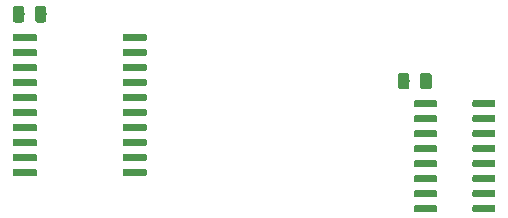
<source format=gbr>
%TF.GenerationSoftware,KiCad,Pcbnew,(5.1.2)-1*%
%TF.CreationDate,2020-03-11T09:00:43+01:00*%
%TF.ProjectId,ArduinoShield_SPIlinedriver_Sync_2V0,41726475-696e-46f5-9368-69656c645f53,rev?*%
%TF.SameCoordinates,Original*%
%TF.FileFunction,Paste,Bot*%
%TF.FilePolarity,Positive*%
%FSLAX46Y46*%
G04 Gerber Fmt 4.6, Leading zero omitted, Abs format (unit mm)*
G04 Created by KiCad (PCBNEW (5.1.2)-1) date 2020-03-11 09:00:43*
%MOMM*%
%LPD*%
G04 APERTURE LIST*
%ADD10C,0.100000*%
%ADD11C,0.975000*%
%ADD12C,0.600000*%
G04 APERTURE END LIST*
D10*
G36*
X155969642Y-83044974D02*
G01*
X155993303Y-83048484D01*
X156016507Y-83054296D01*
X156039029Y-83062354D01*
X156060653Y-83072582D01*
X156081170Y-83084879D01*
X156100383Y-83099129D01*
X156118107Y-83115193D01*
X156134171Y-83132917D01*
X156148421Y-83152130D01*
X156160718Y-83172647D01*
X156170946Y-83194271D01*
X156179004Y-83216793D01*
X156184816Y-83239997D01*
X156188326Y-83263658D01*
X156189500Y-83287550D01*
X156189500Y-84200050D01*
X156188326Y-84223942D01*
X156184816Y-84247603D01*
X156179004Y-84270807D01*
X156170946Y-84293329D01*
X156160718Y-84314953D01*
X156148421Y-84335470D01*
X156134171Y-84354683D01*
X156118107Y-84372407D01*
X156100383Y-84388471D01*
X156081170Y-84402721D01*
X156060653Y-84415018D01*
X156039029Y-84425246D01*
X156016507Y-84433304D01*
X155993303Y-84439116D01*
X155969642Y-84442626D01*
X155945750Y-84443800D01*
X155458250Y-84443800D01*
X155434358Y-84442626D01*
X155410697Y-84439116D01*
X155387493Y-84433304D01*
X155364971Y-84425246D01*
X155343347Y-84415018D01*
X155322830Y-84402721D01*
X155303617Y-84388471D01*
X155285893Y-84372407D01*
X155269829Y-84354683D01*
X155255579Y-84335470D01*
X155243282Y-84314953D01*
X155233054Y-84293329D01*
X155224996Y-84270807D01*
X155219184Y-84247603D01*
X155215674Y-84223942D01*
X155214500Y-84200050D01*
X155214500Y-83287550D01*
X155215674Y-83263658D01*
X155219184Y-83239997D01*
X155224996Y-83216793D01*
X155233054Y-83194271D01*
X155243282Y-83172647D01*
X155255579Y-83152130D01*
X155269829Y-83132917D01*
X155285893Y-83115193D01*
X155303617Y-83099129D01*
X155322830Y-83084879D01*
X155343347Y-83072582D01*
X155364971Y-83062354D01*
X155387493Y-83054296D01*
X155410697Y-83048484D01*
X155434358Y-83044974D01*
X155458250Y-83043800D01*
X155945750Y-83043800D01*
X155969642Y-83044974D01*
X155969642Y-83044974D01*
G37*
D11*
X155702000Y-83743800D03*
D10*
G36*
X154094642Y-83044974D02*
G01*
X154118303Y-83048484D01*
X154141507Y-83054296D01*
X154164029Y-83062354D01*
X154185653Y-83072582D01*
X154206170Y-83084879D01*
X154225383Y-83099129D01*
X154243107Y-83115193D01*
X154259171Y-83132917D01*
X154273421Y-83152130D01*
X154285718Y-83172647D01*
X154295946Y-83194271D01*
X154304004Y-83216793D01*
X154309816Y-83239997D01*
X154313326Y-83263658D01*
X154314500Y-83287550D01*
X154314500Y-84200050D01*
X154313326Y-84223942D01*
X154309816Y-84247603D01*
X154304004Y-84270807D01*
X154295946Y-84293329D01*
X154285718Y-84314953D01*
X154273421Y-84335470D01*
X154259171Y-84354683D01*
X154243107Y-84372407D01*
X154225383Y-84388471D01*
X154206170Y-84402721D01*
X154185653Y-84415018D01*
X154164029Y-84425246D01*
X154141507Y-84433304D01*
X154118303Y-84439116D01*
X154094642Y-84442626D01*
X154070750Y-84443800D01*
X153583250Y-84443800D01*
X153559358Y-84442626D01*
X153535697Y-84439116D01*
X153512493Y-84433304D01*
X153489971Y-84425246D01*
X153468347Y-84415018D01*
X153447830Y-84402721D01*
X153428617Y-84388471D01*
X153410893Y-84372407D01*
X153394829Y-84354683D01*
X153380579Y-84335470D01*
X153368282Y-84314953D01*
X153358054Y-84293329D01*
X153349996Y-84270807D01*
X153344184Y-84247603D01*
X153340674Y-84223942D01*
X153339500Y-84200050D01*
X153339500Y-83287550D01*
X153340674Y-83263658D01*
X153344184Y-83239997D01*
X153349996Y-83216793D01*
X153358054Y-83194271D01*
X153368282Y-83172647D01*
X153380579Y-83152130D01*
X153394829Y-83132917D01*
X153410893Y-83115193D01*
X153428617Y-83099129D01*
X153447830Y-83084879D01*
X153468347Y-83072582D01*
X153489971Y-83062354D01*
X153512493Y-83054296D01*
X153535697Y-83048484D01*
X153559358Y-83044974D01*
X153583250Y-83043800D01*
X154070750Y-83043800D01*
X154094642Y-83044974D01*
X154094642Y-83044974D01*
G37*
D11*
X153827000Y-83743800D03*
D10*
G36*
X188578642Y-88709174D02*
G01*
X188602303Y-88712684D01*
X188625507Y-88718496D01*
X188648029Y-88726554D01*
X188669653Y-88736782D01*
X188690170Y-88749079D01*
X188709383Y-88763329D01*
X188727107Y-88779393D01*
X188743171Y-88797117D01*
X188757421Y-88816330D01*
X188769718Y-88836847D01*
X188779946Y-88858471D01*
X188788004Y-88880993D01*
X188793816Y-88904197D01*
X188797326Y-88927858D01*
X188798500Y-88951750D01*
X188798500Y-89864250D01*
X188797326Y-89888142D01*
X188793816Y-89911803D01*
X188788004Y-89935007D01*
X188779946Y-89957529D01*
X188769718Y-89979153D01*
X188757421Y-89999670D01*
X188743171Y-90018883D01*
X188727107Y-90036607D01*
X188709383Y-90052671D01*
X188690170Y-90066921D01*
X188669653Y-90079218D01*
X188648029Y-90089446D01*
X188625507Y-90097504D01*
X188602303Y-90103316D01*
X188578642Y-90106826D01*
X188554750Y-90108000D01*
X188067250Y-90108000D01*
X188043358Y-90106826D01*
X188019697Y-90103316D01*
X187996493Y-90097504D01*
X187973971Y-90089446D01*
X187952347Y-90079218D01*
X187931830Y-90066921D01*
X187912617Y-90052671D01*
X187894893Y-90036607D01*
X187878829Y-90018883D01*
X187864579Y-89999670D01*
X187852282Y-89979153D01*
X187842054Y-89957529D01*
X187833996Y-89935007D01*
X187828184Y-89911803D01*
X187824674Y-89888142D01*
X187823500Y-89864250D01*
X187823500Y-88951750D01*
X187824674Y-88927858D01*
X187828184Y-88904197D01*
X187833996Y-88880993D01*
X187842054Y-88858471D01*
X187852282Y-88836847D01*
X187864579Y-88816330D01*
X187878829Y-88797117D01*
X187894893Y-88779393D01*
X187912617Y-88763329D01*
X187931830Y-88749079D01*
X187952347Y-88736782D01*
X187973971Y-88726554D01*
X187996493Y-88718496D01*
X188019697Y-88712684D01*
X188043358Y-88709174D01*
X188067250Y-88708000D01*
X188554750Y-88708000D01*
X188578642Y-88709174D01*
X188578642Y-88709174D01*
G37*
D11*
X188311000Y-89408000D03*
D10*
G36*
X186703642Y-88709174D02*
G01*
X186727303Y-88712684D01*
X186750507Y-88718496D01*
X186773029Y-88726554D01*
X186794653Y-88736782D01*
X186815170Y-88749079D01*
X186834383Y-88763329D01*
X186852107Y-88779393D01*
X186868171Y-88797117D01*
X186882421Y-88816330D01*
X186894718Y-88836847D01*
X186904946Y-88858471D01*
X186913004Y-88880993D01*
X186918816Y-88904197D01*
X186922326Y-88927858D01*
X186923500Y-88951750D01*
X186923500Y-89864250D01*
X186922326Y-89888142D01*
X186918816Y-89911803D01*
X186913004Y-89935007D01*
X186904946Y-89957529D01*
X186894718Y-89979153D01*
X186882421Y-89999670D01*
X186868171Y-90018883D01*
X186852107Y-90036607D01*
X186834383Y-90052671D01*
X186815170Y-90066921D01*
X186794653Y-90079218D01*
X186773029Y-90089446D01*
X186750507Y-90097504D01*
X186727303Y-90103316D01*
X186703642Y-90106826D01*
X186679750Y-90108000D01*
X186192250Y-90108000D01*
X186168358Y-90106826D01*
X186144697Y-90103316D01*
X186121493Y-90097504D01*
X186098971Y-90089446D01*
X186077347Y-90079218D01*
X186056830Y-90066921D01*
X186037617Y-90052671D01*
X186019893Y-90036607D01*
X186003829Y-90018883D01*
X185989579Y-89999670D01*
X185977282Y-89979153D01*
X185967054Y-89957529D01*
X185958996Y-89935007D01*
X185953184Y-89911803D01*
X185949674Y-89888142D01*
X185948500Y-89864250D01*
X185948500Y-88951750D01*
X185949674Y-88927858D01*
X185953184Y-88904197D01*
X185958996Y-88880993D01*
X185967054Y-88858471D01*
X185977282Y-88836847D01*
X185989579Y-88816330D01*
X186003829Y-88797117D01*
X186019893Y-88779393D01*
X186037617Y-88763329D01*
X186056830Y-88749079D01*
X186077347Y-88736782D01*
X186098971Y-88726554D01*
X186121493Y-88718496D01*
X186144697Y-88712684D01*
X186168358Y-88709174D01*
X186192250Y-88708000D01*
X186679750Y-88708000D01*
X186703642Y-88709174D01*
X186703642Y-88709174D01*
G37*
D11*
X186436000Y-89408000D03*
D10*
G36*
X164543703Y-85425722D02*
G01*
X164558264Y-85427882D01*
X164572543Y-85431459D01*
X164586403Y-85436418D01*
X164599710Y-85442712D01*
X164612336Y-85450280D01*
X164624159Y-85459048D01*
X164635066Y-85468934D01*
X164644952Y-85479841D01*
X164653720Y-85491664D01*
X164661288Y-85504290D01*
X164667582Y-85517597D01*
X164672541Y-85531457D01*
X164676118Y-85545736D01*
X164678278Y-85560297D01*
X164679000Y-85575000D01*
X164679000Y-85875000D01*
X164678278Y-85889703D01*
X164676118Y-85904264D01*
X164672541Y-85918543D01*
X164667582Y-85932403D01*
X164661288Y-85945710D01*
X164653720Y-85958336D01*
X164644952Y-85970159D01*
X164635066Y-85981066D01*
X164624159Y-85990952D01*
X164612336Y-85999720D01*
X164599710Y-86007288D01*
X164586403Y-86013582D01*
X164572543Y-86018541D01*
X164558264Y-86022118D01*
X164543703Y-86024278D01*
X164529000Y-86025000D01*
X162779000Y-86025000D01*
X162764297Y-86024278D01*
X162749736Y-86022118D01*
X162735457Y-86018541D01*
X162721597Y-86013582D01*
X162708290Y-86007288D01*
X162695664Y-85999720D01*
X162683841Y-85990952D01*
X162672934Y-85981066D01*
X162663048Y-85970159D01*
X162654280Y-85958336D01*
X162646712Y-85945710D01*
X162640418Y-85932403D01*
X162635459Y-85918543D01*
X162631882Y-85904264D01*
X162629722Y-85889703D01*
X162629000Y-85875000D01*
X162629000Y-85575000D01*
X162629722Y-85560297D01*
X162631882Y-85545736D01*
X162635459Y-85531457D01*
X162640418Y-85517597D01*
X162646712Y-85504290D01*
X162654280Y-85491664D01*
X162663048Y-85479841D01*
X162672934Y-85468934D01*
X162683841Y-85459048D01*
X162695664Y-85450280D01*
X162708290Y-85442712D01*
X162721597Y-85436418D01*
X162735457Y-85431459D01*
X162749736Y-85427882D01*
X162764297Y-85425722D01*
X162779000Y-85425000D01*
X164529000Y-85425000D01*
X164543703Y-85425722D01*
X164543703Y-85425722D01*
G37*
D12*
X163654000Y-85725000D03*
D10*
G36*
X164543703Y-86695722D02*
G01*
X164558264Y-86697882D01*
X164572543Y-86701459D01*
X164586403Y-86706418D01*
X164599710Y-86712712D01*
X164612336Y-86720280D01*
X164624159Y-86729048D01*
X164635066Y-86738934D01*
X164644952Y-86749841D01*
X164653720Y-86761664D01*
X164661288Y-86774290D01*
X164667582Y-86787597D01*
X164672541Y-86801457D01*
X164676118Y-86815736D01*
X164678278Y-86830297D01*
X164679000Y-86845000D01*
X164679000Y-87145000D01*
X164678278Y-87159703D01*
X164676118Y-87174264D01*
X164672541Y-87188543D01*
X164667582Y-87202403D01*
X164661288Y-87215710D01*
X164653720Y-87228336D01*
X164644952Y-87240159D01*
X164635066Y-87251066D01*
X164624159Y-87260952D01*
X164612336Y-87269720D01*
X164599710Y-87277288D01*
X164586403Y-87283582D01*
X164572543Y-87288541D01*
X164558264Y-87292118D01*
X164543703Y-87294278D01*
X164529000Y-87295000D01*
X162779000Y-87295000D01*
X162764297Y-87294278D01*
X162749736Y-87292118D01*
X162735457Y-87288541D01*
X162721597Y-87283582D01*
X162708290Y-87277288D01*
X162695664Y-87269720D01*
X162683841Y-87260952D01*
X162672934Y-87251066D01*
X162663048Y-87240159D01*
X162654280Y-87228336D01*
X162646712Y-87215710D01*
X162640418Y-87202403D01*
X162635459Y-87188543D01*
X162631882Y-87174264D01*
X162629722Y-87159703D01*
X162629000Y-87145000D01*
X162629000Y-86845000D01*
X162629722Y-86830297D01*
X162631882Y-86815736D01*
X162635459Y-86801457D01*
X162640418Y-86787597D01*
X162646712Y-86774290D01*
X162654280Y-86761664D01*
X162663048Y-86749841D01*
X162672934Y-86738934D01*
X162683841Y-86729048D01*
X162695664Y-86720280D01*
X162708290Y-86712712D01*
X162721597Y-86706418D01*
X162735457Y-86701459D01*
X162749736Y-86697882D01*
X162764297Y-86695722D01*
X162779000Y-86695000D01*
X164529000Y-86695000D01*
X164543703Y-86695722D01*
X164543703Y-86695722D01*
G37*
D12*
X163654000Y-86995000D03*
D10*
G36*
X164543703Y-87965722D02*
G01*
X164558264Y-87967882D01*
X164572543Y-87971459D01*
X164586403Y-87976418D01*
X164599710Y-87982712D01*
X164612336Y-87990280D01*
X164624159Y-87999048D01*
X164635066Y-88008934D01*
X164644952Y-88019841D01*
X164653720Y-88031664D01*
X164661288Y-88044290D01*
X164667582Y-88057597D01*
X164672541Y-88071457D01*
X164676118Y-88085736D01*
X164678278Y-88100297D01*
X164679000Y-88115000D01*
X164679000Y-88415000D01*
X164678278Y-88429703D01*
X164676118Y-88444264D01*
X164672541Y-88458543D01*
X164667582Y-88472403D01*
X164661288Y-88485710D01*
X164653720Y-88498336D01*
X164644952Y-88510159D01*
X164635066Y-88521066D01*
X164624159Y-88530952D01*
X164612336Y-88539720D01*
X164599710Y-88547288D01*
X164586403Y-88553582D01*
X164572543Y-88558541D01*
X164558264Y-88562118D01*
X164543703Y-88564278D01*
X164529000Y-88565000D01*
X162779000Y-88565000D01*
X162764297Y-88564278D01*
X162749736Y-88562118D01*
X162735457Y-88558541D01*
X162721597Y-88553582D01*
X162708290Y-88547288D01*
X162695664Y-88539720D01*
X162683841Y-88530952D01*
X162672934Y-88521066D01*
X162663048Y-88510159D01*
X162654280Y-88498336D01*
X162646712Y-88485710D01*
X162640418Y-88472403D01*
X162635459Y-88458543D01*
X162631882Y-88444264D01*
X162629722Y-88429703D01*
X162629000Y-88415000D01*
X162629000Y-88115000D01*
X162629722Y-88100297D01*
X162631882Y-88085736D01*
X162635459Y-88071457D01*
X162640418Y-88057597D01*
X162646712Y-88044290D01*
X162654280Y-88031664D01*
X162663048Y-88019841D01*
X162672934Y-88008934D01*
X162683841Y-87999048D01*
X162695664Y-87990280D01*
X162708290Y-87982712D01*
X162721597Y-87976418D01*
X162735457Y-87971459D01*
X162749736Y-87967882D01*
X162764297Y-87965722D01*
X162779000Y-87965000D01*
X164529000Y-87965000D01*
X164543703Y-87965722D01*
X164543703Y-87965722D01*
G37*
D12*
X163654000Y-88265000D03*
D10*
G36*
X164543703Y-89235722D02*
G01*
X164558264Y-89237882D01*
X164572543Y-89241459D01*
X164586403Y-89246418D01*
X164599710Y-89252712D01*
X164612336Y-89260280D01*
X164624159Y-89269048D01*
X164635066Y-89278934D01*
X164644952Y-89289841D01*
X164653720Y-89301664D01*
X164661288Y-89314290D01*
X164667582Y-89327597D01*
X164672541Y-89341457D01*
X164676118Y-89355736D01*
X164678278Y-89370297D01*
X164679000Y-89385000D01*
X164679000Y-89685000D01*
X164678278Y-89699703D01*
X164676118Y-89714264D01*
X164672541Y-89728543D01*
X164667582Y-89742403D01*
X164661288Y-89755710D01*
X164653720Y-89768336D01*
X164644952Y-89780159D01*
X164635066Y-89791066D01*
X164624159Y-89800952D01*
X164612336Y-89809720D01*
X164599710Y-89817288D01*
X164586403Y-89823582D01*
X164572543Y-89828541D01*
X164558264Y-89832118D01*
X164543703Y-89834278D01*
X164529000Y-89835000D01*
X162779000Y-89835000D01*
X162764297Y-89834278D01*
X162749736Y-89832118D01*
X162735457Y-89828541D01*
X162721597Y-89823582D01*
X162708290Y-89817288D01*
X162695664Y-89809720D01*
X162683841Y-89800952D01*
X162672934Y-89791066D01*
X162663048Y-89780159D01*
X162654280Y-89768336D01*
X162646712Y-89755710D01*
X162640418Y-89742403D01*
X162635459Y-89728543D01*
X162631882Y-89714264D01*
X162629722Y-89699703D01*
X162629000Y-89685000D01*
X162629000Y-89385000D01*
X162629722Y-89370297D01*
X162631882Y-89355736D01*
X162635459Y-89341457D01*
X162640418Y-89327597D01*
X162646712Y-89314290D01*
X162654280Y-89301664D01*
X162663048Y-89289841D01*
X162672934Y-89278934D01*
X162683841Y-89269048D01*
X162695664Y-89260280D01*
X162708290Y-89252712D01*
X162721597Y-89246418D01*
X162735457Y-89241459D01*
X162749736Y-89237882D01*
X162764297Y-89235722D01*
X162779000Y-89235000D01*
X164529000Y-89235000D01*
X164543703Y-89235722D01*
X164543703Y-89235722D01*
G37*
D12*
X163654000Y-89535000D03*
D10*
G36*
X164543703Y-90505722D02*
G01*
X164558264Y-90507882D01*
X164572543Y-90511459D01*
X164586403Y-90516418D01*
X164599710Y-90522712D01*
X164612336Y-90530280D01*
X164624159Y-90539048D01*
X164635066Y-90548934D01*
X164644952Y-90559841D01*
X164653720Y-90571664D01*
X164661288Y-90584290D01*
X164667582Y-90597597D01*
X164672541Y-90611457D01*
X164676118Y-90625736D01*
X164678278Y-90640297D01*
X164679000Y-90655000D01*
X164679000Y-90955000D01*
X164678278Y-90969703D01*
X164676118Y-90984264D01*
X164672541Y-90998543D01*
X164667582Y-91012403D01*
X164661288Y-91025710D01*
X164653720Y-91038336D01*
X164644952Y-91050159D01*
X164635066Y-91061066D01*
X164624159Y-91070952D01*
X164612336Y-91079720D01*
X164599710Y-91087288D01*
X164586403Y-91093582D01*
X164572543Y-91098541D01*
X164558264Y-91102118D01*
X164543703Y-91104278D01*
X164529000Y-91105000D01*
X162779000Y-91105000D01*
X162764297Y-91104278D01*
X162749736Y-91102118D01*
X162735457Y-91098541D01*
X162721597Y-91093582D01*
X162708290Y-91087288D01*
X162695664Y-91079720D01*
X162683841Y-91070952D01*
X162672934Y-91061066D01*
X162663048Y-91050159D01*
X162654280Y-91038336D01*
X162646712Y-91025710D01*
X162640418Y-91012403D01*
X162635459Y-90998543D01*
X162631882Y-90984264D01*
X162629722Y-90969703D01*
X162629000Y-90955000D01*
X162629000Y-90655000D01*
X162629722Y-90640297D01*
X162631882Y-90625736D01*
X162635459Y-90611457D01*
X162640418Y-90597597D01*
X162646712Y-90584290D01*
X162654280Y-90571664D01*
X162663048Y-90559841D01*
X162672934Y-90548934D01*
X162683841Y-90539048D01*
X162695664Y-90530280D01*
X162708290Y-90522712D01*
X162721597Y-90516418D01*
X162735457Y-90511459D01*
X162749736Y-90507882D01*
X162764297Y-90505722D01*
X162779000Y-90505000D01*
X164529000Y-90505000D01*
X164543703Y-90505722D01*
X164543703Y-90505722D01*
G37*
D12*
X163654000Y-90805000D03*
D10*
G36*
X164543703Y-91775722D02*
G01*
X164558264Y-91777882D01*
X164572543Y-91781459D01*
X164586403Y-91786418D01*
X164599710Y-91792712D01*
X164612336Y-91800280D01*
X164624159Y-91809048D01*
X164635066Y-91818934D01*
X164644952Y-91829841D01*
X164653720Y-91841664D01*
X164661288Y-91854290D01*
X164667582Y-91867597D01*
X164672541Y-91881457D01*
X164676118Y-91895736D01*
X164678278Y-91910297D01*
X164679000Y-91925000D01*
X164679000Y-92225000D01*
X164678278Y-92239703D01*
X164676118Y-92254264D01*
X164672541Y-92268543D01*
X164667582Y-92282403D01*
X164661288Y-92295710D01*
X164653720Y-92308336D01*
X164644952Y-92320159D01*
X164635066Y-92331066D01*
X164624159Y-92340952D01*
X164612336Y-92349720D01*
X164599710Y-92357288D01*
X164586403Y-92363582D01*
X164572543Y-92368541D01*
X164558264Y-92372118D01*
X164543703Y-92374278D01*
X164529000Y-92375000D01*
X162779000Y-92375000D01*
X162764297Y-92374278D01*
X162749736Y-92372118D01*
X162735457Y-92368541D01*
X162721597Y-92363582D01*
X162708290Y-92357288D01*
X162695664Y-92349720D01*
X162683841Y-92340952D01*
X162672934Y-92331066D01*
X162663048Y-92320159D01*
X162654280Y-92308336D01*
X162646712Y-92295710D01*
X162640418Y-92282403D01*
X162635459Y-92268543D01*
X162631882Y-92254264D01*
X162629722Y-92239703D01*
X162629000Y-92225000D01*
X162629000Y-91925000D01*
X162629722Y-91910297D01*
X162631882Y-91895736D01*
X162635459Y-91881457D01*
X162640418Y-91867597D01*
X162646712Y-91854290D01*
X162654280Y-91841664D01*
X162663048Y-91829841D01*
X162672934Y-91818934D01*
X162683841Y-91809048D01*
X162695664Y-91800280D01*
X162708290Y-91792712D01*
X162721597Y-91786418D01*
X162735457Y-91781459D01*
X162749736Y-91777882D01*
X162764297Y-91775722D01*
X162779000Y-91775000D01*
X164529000Y-91775000D01*
X164543703Y-91775722D01*
X164543703Y-91775722D01*
G37*
D12*
X163654000Y-92075000D03*
D10*
G36*
X164543703Y-93045722D02*
G01*
X164558264Y-93047882D01*
X164572543Y-93051459D01*
X164586403Y-93056418D01*
X164599710Y-93062712D01*
X164612336Y-93070280D01*
X164624159Y-93079048D01*
X164635066Y-93088934D01*
X164644952Y-93099841D01*
X164653720Y-93111664D01*
X164661288Y-93124290D01*
X164667582Y-93137597D01*
X164672541Y-93151457D01*
X164676118Y-93165736D01*
X164678278Y-93180297D01*
X164679000Y-93195000D01*
X164679000Y-93495000D01*
X164678278Y-93509703D01*
X164676118Y-93524264D01*
X164672541Y-93538543D01*
X164667582Y-93552403D01*
X164661288Y-93565710D01*
X164653720Y-93578336D01*
X164644952Y-93590159D01*
X164635066Y-93601066D01*
X164624159Y-93610952D01*
X164612336Y-93619720D01*
X164599710Y-93627288D01*
X164586403Y-93633582D01*
X164572543Y-93638541D01*
X164558264Y-93642118D01*
X164543703Y-93644278D01*
X164529000Y-93645000D01*
X162779000Y-93645000D01*
X162764297Y-93644278D01*
X162749736Y-93642118D01*
X162735457Y-93638541D01*
X162721597Y-93633582D01*
X162708290Y-93627288D01*
X162695664Y-93619720D01*
X162683841Y-93610952D01*
X162672934Y-93601066D01*
X162663048Y-93590159D01*
X162654280Y-93578336D01*
X162646712Y-93565710D01*
X162640418Y-93552403D01*
X162635459Y-93538543D01*
X162631882Y-93524264D01*
X162629722Y-93509703D01*
X162629000Y-93495000D01*
X162629000Y-93195000D01*
X162629722Y-93180297D01*
X162631882Y-93165736D01*
X162635459Y-93151457D01*
X162640418Y-93137597D01*
X162646712Y-93124290D01*
X162654280Y-93111664D01*
X162663048Y-93099841D01*
X162672934Y-93088934D01*
X162683841Y-93079048D01*
X162695664Y-93070280D01*
X162708290Y-93062712D01*
X162721597Y-93056418D01*
X162735457Y-93051459D01*
X162749736Y-93047882D01*
X162764297Y-93045722D01*
X162779000Y-93045000D01*
X164529000Y-93045000D01*
X164543703Y-93045722D01*
X164543703Y-93045722D01*
G37*
D12*
X163654000Y-93345000D03*
D10*
G36*
X164543703Y-94315722D02*
G01*
X164558264Y-94317882D01*
X164572543Y-94321459D01*
X164586403Y-94326418D01*
X164599710Y-94332712D01*
X164612336Y-94340280D01*
X164624159Y-94349048D01*
X164635066Y-94358934D01*
X164644952Y-94369841D01*
X164653720Y-94381664D01*
X164661288Y-94394290D01*
X164667582Y-94407597D01*
X164672541Y-94421457D01*
X164676118Y-94435736D01*
X164678278Y-94450297D01*
X164679000Y-94465000D01*
X164679000Y-94765000D01*
X164678278Y-94779703D01*
X164676118Y-94794264D01*
X164672541Y-94808543D01*
X164667582Y-94822403D01*
X164661288Y-94835710D01*
X164653720Y-94848336D01*
X164644952Y-94860159D01*
X164635066Y-94871066D01*
X164624159Y-94880952D01*
X164612336Y-94889720D01*
X164599710Y-94897288D01*
X164586403Y-94903582D01*
X164572543Y-94908541D01*
X164558264Y-94912118D01*
X164543703Y-94914278D01*
X164529000Y-94915000D01*
X162779000Y-94915000D01*
X162764297Y-94914278D01*
X162749736Y-94912118D01*
X162735457Y-94908541D01*
X162721597Y-94903582D01*
X162708290Y-94897288D01*
X162695664Y-94889720D01*
X162683841Y-94880952D01*
X162672934Y-94871066D01*
X162663048Y-94860159D01*
X162654280Y-94848336D01*
X162646712Y-94835710D01*
X162640418Y-94822403D01*
X162635459Y-94808543D01*
X162631882Y-94794264D01*
X162629722Y-94779703D01*
X162629000Y-94765000D01*
X162629000Y-94465000D01*
X162629722Y-94450297D01*
X162631882Y-94435736D01*
X162635459Y-94421457D01*
X162640418Y-94407597D01*
X162646712Y-94394290D01*
X162654280Y-94381664D01*
X162663048Y-94369841D01*
X162672934Y-94358934D01*
X162683841Y-94349048D01*
X162695664Y-94340280D01*
X162708290Y-94332712D01*
X162721597Y-94326418D01*
X162735457Y-94321459D01*
X162749736Y-94317882D01*
X162764297Y-94315722D01*
X162779000Y-94315000D01*
X164529000Y-94315000D01*
X164543703Y-94315722D01*
X164543703Y-94315722D01*
G37*
D12*
X163654000Y-94615000D03*
D10*
G36*
X164543703Y-95585722D02*
G01*
X164558264Y-95587882D01*
X164572543Y-95591459D01*
X164586403Y-95596418D01*
X164599710Y-95602712D01*
X164612336Y-95610280D01*
X164624159Y-95619048D01*
X164635066Y-95628934D01*
X164644952Y-95639841D01*
X164653720Y-95651664D01*
X164661288Y-95664290D01*
X164667582Y-95677597D01*
X164672541Y-95691457D01*
X164676118Y-95705736D01*
X164678278Y-95720297D01*
X164679000Y-95735000D01*
X164679000Y-96035000D01*
X164678278Y-96049703D01*
X164676118Y-96064264D01*
X164672541Y-96078543D01*
X164667582Y-96092403D01*
X164661288Y-96105710D01*
X164653720Y-96118336D01*
X164644952Y-96130159D01*
X164635066Y-96141066D01*
X164624159Y-96150952D01*
X164612336Y-96159720D01*
X164599710Y-96167288D01*
X164586403Y-96173582D01*
X164572543Y-96178541D01*
X164558264Y-96182118D01*
X164543703Y-96184278D01*
X164529000Y-96185000D01*
X162779000Y-96185000D01*
X162764297Y-96184278D01*
X162749736Y-96182118D01*
X162735457Y-96178541D01*
X162721597Y-96173582D01*
X162708290Y-96167288D01*
X162695664Y-96159720D01*
X162683841Y-96150952D01*
X162672934Y-96141066D01*
X162663048Y-96130159D01*
X162654280Y-96118336D01*
X162646712Y-96105710D01*
X162640418Y-96092403D01*
X162635459Y-96078543D01*
X162631882Y-96064264D01*
X162629722Y-96049703D01*
X162629000Y-96035000D01*
X162629000Y-95735000D01*
X162629722Y-95720297D01*
X162631882Y-95705736D01*
X162635459Y-95691457D01*
X162640418Y-95677597D01*
X162646712Y-95664290D01*
X162654280Y-95651664D01*
X162663048Y-95639841D01*
X162672934Y-95628934D01*
X162683841Y-95619048D01*
X162695664Y-95610280D01*
X162708290Y-95602712D01*
X162721597Y-95596418D01*
X162735457Y-95591459D01*
X162749736Y-95587882D01*
X162764297Y-95585722D01*
X162779000Y-95585000D01*
X164529000Y-95585000D01*
X164543703Y-95585722D01*
X164543703Y-95585722D01*
G37*
D12*
X163654000Y-95885000D03*
D10*
G36*
X164543703Y-96855722D02*
G01*
X164558264Y-96857882D01*
X164572543Y-96861459D01*
X164586403Y-96866418D01*
X164599710Y-96872712D01*
X164612336Y-96880280D01*
X164624159Y-96889048D01*
X164635066Y-96898934D01*
X164644952Y-96909841D01*
X164653720Y-96921664D01*
X164661288Y-96934290D01*
X164667582Y-96947597D01*
X164672541Y-96961457D01*
X164676118Y-96975736D01*
X164678278Y-96990297D01*
X164679000Y-97005000D01*
X164679000Y-97305000D01*
X164678278Y-97319703D01*
X164676118Y-97334264D01*
X164672541Y-97348543D01*
X164667582Y-97362403D01*
X164661288Y-97375710D01*
X164653720Y-97388336D01*
X164644952Y-97400159D01*
X164635066Y-97411066D01*
X164624159Y-97420952D01*
X164612336Y-97429720D01*
X164599710Y-97437288D01*
X164586403Y-97443582D01*
X164572543Y-97448541D01*
X164558264Y-97452118D01*
X164543703Y-97454278D01*
X164529000Y-97455000D01*
X162779000Y-97455000D01*
X162764297Y-97454278D01*
X162749736Y-97452118D01*
X162735457Y-97448541D01*
X162721597Y-97443582D01*
X162708290Y-97437288D01*
X162695664Y-97429720D01*
X162683841Y-97420952D01*
X162672934Y-97411066D01*
X162663048Y-97400159D01*
X162654280Y-97388336D01*
X162646712Y-97375710D01*
X162640418Y-97362403D01*
X162635459Y-97348543D01*
X162631882Y-97334264D01*
X162629722Y-97319703D01*
X162629000Y-97305000D01*
X162629000Y-97005000D01*
X162629722Y-96990297D01*
X162631882Y-96975736D01*
X162635459Y-96961457D01*
X162640418Y-96947597D01*
X162646712Y-96934290D01*
X162654280Y-96921664D01*
X162663048Y-96909841D01*
X162672934Y-96898934D01*
X162683841Y-96889048D01*
X162695664Y-96880280D01*
X162708290Y-96872712D01*
X162721597Y-96866418D01*
X162735457Y-96861459D01*
X162749736Y-96857882D01*
X162764297Y-96855722D01*
X162779000Y-96855000D01*
X164529000Y-96855000D01*
X164543703Y-96855722D01*
X164543703Y-96855722D01*
G37*
D12*
X163654000Y-97155000D03*
D10*
G36*
X155243703Y-96855722D02*
G01*
X155258264Y-96857882D01*
X155272543Y-96861459D01*
X155286403Y-96866418D01*
X155299710Y-96872712D01*
X155312336Y-96880280D01*
X155324159Y-96889048D01*
X155335066Y-96898934D01*
X155344952Y-96909841D01*
X155353720Y-96921664D01*
X155361288Y-96934290D01*
X155367582Y-96947597D01*
X155372541Y-96961457D01*
X155376118Y-96975736D01*
X155378278Y-96990297D01*
X155379000Y-97005000D01*
X155379000Y-97305000D01*
X155378278Y-97319703D01*
X155376118Y-97334264D01*
X155372541Y-97348543D01*
X155367582Y-97362403D01*
X155361288Y-97375710D01*
X155353720Y-97388336D01*
X155344952Y-97400159D01*
X155335066Y-97411066D01*
X155324159Y-97420952D01*
X155312336Y-97429720D01*
X155299710Y-97437288D01*
X155286403Y-97443582D01*
X155272543Y-97448541D01*
X155258264Y-97452118D01*
X155243703Y-97454278D01*
X155229000Y-97455000D01*
X153479000Y-97455000D01*
X153464297Y-97454278D01*
X153449736Y-97452118D01*
X153435457Y-97448541D01*
X153421597Y-97443582D01*
X153408290Y-97437288D01*
X153395664Y-97429720D01*
X153383841Y-97420952D01*
X153372934Y-97411066D01*
X153363048Y-97400159D01*
X153354280Y-97388336D01*
X153346712Y-97375710D01*
X153340418Y-97362403D01*
X153335459Y-97348543D01*
X153331882Y-97334264D01*
X153329722Y-97319703D01*
X153329000Y-97305000D01*
X153329000Y-97005000D01*
X153329722Y-96990297D01*
X153331882Y-96975736D01*
X153335459Y-96961457D01*
X153340418Y-96947597D01*
X153346712Y-96934290D01*
X153354280Y-96921664D01*
X153363048Y-96909841D01*
X153372934Y-96898934D01*
X153383841Y-96889048D01*
X153395664Y-96880280D01*
X153408290Y-96872712D01*
X153421597Y-96866418D01*
X153435457Y-96861459D01*
X153449736Y-96857882D01*
X153464297Y-96855722D01*
X153479000Y-96855000D01*
X155229000Y-96855000D01*
X155243703Y-96855722D01*
X155243703Y-96855722D01*
G37*
D12*
X154354000Y-97155000D03*
D10*
G36*
X155243703Y-95585722D02*
G01*
X155258264Y-95587882D01*
X155272543Y-95591459D01*
X155286403Y-95596418D01*
X155299710Y-95602712D01*
X155312336Y-95610280D01*
X155324159Y-95619048D01*
X155335066Y-95628934D01*
X155344952Y-95639841D01*
X155353720Y-95651664D01*
X155361288Y-95664290D01*
X155367582Y-95677597D01*
X155372541Y-95691457D01*
X155376118Y-95705736D01*
X155378278Y-95720297D01*
X155379000Y-95735000D01*
X155379000Y-96035000D01*
X155378278Y-96049703D01*
X155376118Y-96064264D01*
X155372541Y-96078543D01*
X155367582Y-96092403D01*
X155361288Y-96105710D01*
X155353720Y-96118336D01*
X155344952Y-96130159D01*
X155335066Y-96141066D01*
X155324159Y-96150952D01*
X155312336Y-96159720D01*
X155299710Y-96167288D01*
X155286403Y-96173582D01*
X155272543Y-96178541D01*
X155258264Y-96182118D01*
X155243703Y-96184278D01*
X155229000Y-96185000D01*
X153479000Y-96185000D01*
X153464297Y-96184278D01*
X153449736Y-96182118D01*
X153435457Y-96178541D01*
X153421597Y-96173582D01*
X153408290Y-96167288D01*
X153395664Y-96159720D01*
X153383841Y-96150952D01*
X153372934Y-96141066D01*
X153363048Y-96130159D01*
X153354280Y-96118336D01*
X153346712Y-96105710D01*
X153340418Y-96092403D01*
X153335459Y-96078543D01*
X153331882Y-96064264D01*
X153329722Y-96049703D01*
X153329000Y-96035000D01*
X153329000Y-95735000D01*
X153329722Y-95720297D01*
X153331882Y-95705736D01*
X153335459Y-95691457D01*
X153340418Y-95677597D01*
X153346712Y-95664290D01*
X153354280Y-95651664D01*
X153363048Y-95639841D01*
X153372934Y-95628934D01*
X153383841Y-95619048D01*
X153395664Y-95610280D01*
X153408290Y-95602712D01*
X153421597Y-95596418D01*
X153435457Y-95591459D01*
X153449736Y-95587882D01*
X153464297Y-95585722D01*
X153479000Y-95585000D01*
X155229000Y-95585000D01*
X155243703Y-95585722D01*
X155243703Y-95585722D01*
G37*
D12*
X154354000Y-95885000D03*
D10*
G36*
X155243703Y-94315722D02*
G01*
X155258264Y-94317882D01*
X155272543Y-94321459D01*
X155286403Y-94326418D01*
X155299710Y-94332712D01*
X155312336Y-94340280D01*
X155324159Y-94349048D01*
X155335066Y-94358934D01*
X155344952Y-94369841D01*
X155353720Y-94381664D01*
X155361288Y-94394290D01*
X155367582Y-94407597D01*
X155372541Y-94421457D01*
X155376118Y-94435736D01*
X155378278Y-94450297D01*
X155379000Y-94465000D01*
X155379000Y-94765000D01*
X155378278Y-94779703D01*
X155376118Y-94794264D01*
X155372541Y-94808543D01*
X155367582Y-94822403D01*
X155361288Y-94835710D01*
X155353720Y-94848336D01*
X155344952Y-94860159D01*
X155335066Y-94871066D01*
X155324159Y-94880952D01*
X155312336Y-94889720D01*
X155299710Y-94897288D01*
X155286403Y-94903582D01*
X155272543Y-94908541D01*
X155258264Y-94912118D01*
X155243703Y-94914278D01*
X155229000Y-94915000D01*
X153479000Y-94915000D01*
X153464297Y-94914278D01*
X153449736Y-94912118D01*
X153435457Y-94908541D01*
X153421597Y-94903582D01*
X153408290Y-94897288D01*
X153395664Y-94889720D01*
X153383841Y-94880952D01*
X153372934Y-94871066D01*
X153363048Y-94860159D01*
X153354280Y-94848336D01*
X153346712Y-94835710D01*
X153340418Y-94822403D01*
X153335459Y-94808543D01*
X153331882Y-94794264D01*
X153329722Y-94779703D01*
X153329000Y-94765000D01*
X153329000Y-94465000D01*
X153329722Y-94450297D01*
X153331882Y-94435736D01*
X153335459Y-94421457D01*
X153340418Y-94407597D01*
X153346712Y-94394290D01*
X153354280Y-94381664D01*
X153363048Y-94369841D01*
X153372934Y-94358934D01*
X153383841Y-94349048D01*
X153395664Y-94340280D01*
X153408290Y-94332712D01*
X153421597Y-94326418D01*
X153435457Y-94321459D01*
X153449736Y-94317882D01*
X153464297Y-94315722D01*
X153479000Y-94315000D01*
X155229000Y-94315000D01*
X155243703Y-94315722D01*
X155243703Y-94315722D01*
G37*
D12*
X154354000Y-94615000D03*
D10*
G36*
X155243703Y-93045722D02*
G01*
X155258264Y-93047882D01*
X155272543Y-93051459D01*
X155286403Y-93056418D01*
X155299710Y-93062712D01*
X155312336Y-93070280D01*
X155324159Y-93079048D01*
X155335066Y-93088934D01*
X155344952Y-93099841D01*
X155353720Y-93111664D01*
X155361288Y-93124290D01*
X155367582Y-93137597D01*
X155372541Y-93151457D01*
X155376118Y-93165736D01*
X155378278Y-93180297D01*
X155379000Y-93195000D01*
X155379000Y-93495000D01*
X155378278Y-93509703D01*
X155376118Y-93524264D01*
X155372541Y-93538543D01*
X155367582Y-93552403D01*
X155361288Y-93565710D01*
X155353720Y-93578336D01*
X155344952Y-93590159D01*
X155335066Y-93601066D01*
X155324159Y-93610952D01*
X155312336Y-93619720D01*
X155299710Y-93627288D01*
X155286403Y-93633582D01*
X155272543Y-93638541D01*
X155258264Y-93642118D01*
X155243703Y-93644278D01*
X155229000Y-93645000D01*
X153479000Y-93645000D01*
X153464297Y-93644278D01*
X153449736Y-93642118D01*
X153435457Y-93638541D01*
X153421597Y-93633582D01*
X153408290Y-93627288D01*
X153395664Y-93619720D01*
X153383841Y-93610952D01*
X153372934Y-93601066D01*
X153363048Y-93590159D01*
X153354280Y-93578336D01*
X153346712Y-93565710D01*
X153340418Y-93552403D01*
X153335459Y-93538543D01*
X153331882Y-93524264D01*
X153329722Y-93509703D01*
X153329000Y-93495000D01*
X153329000Y-93195000D01*
X153329722Y-93180297D01*
X153331882Y-93165736D01*
X153335459Y-93151457D01*
X153340418Y-93137597D01*
X153346712Y-93124290D01*
X153354280Y-93111664D01*
X153363048Y-93099841D01*
X153372934Y-93088934D01*
X153383841Y-93079048D01*
X153395664Y-93070280D01*
X153408290Y-93062712D01*
X153421597Y-93056418D01*
X153435457Y-93051459D01*
X153449736Y-93047882D01*
X153464297Y-93045722D01*
X153479000Y-93045000D01*
X155229000Y-93045000D01*
X155243703Y-93045722D01*
X155243703Y-93045722D01*
G37*
D12*
X154354000Y-93345000D03*
D10*
G36*
X155243703Y-91775722D02*
G01*
X155258264Y-91777882D01*
X155272543Y-91781459D01*
X155286403Y-91786418D01*
X155299710Y-91792712D01*
X155312336Y-91800280D01*
X155324159Y-91809048D01*
X155335066Y-91818934D01*
X155344952Y-91829841D01*
X155353720Y-91841664D01*
X155361288Y-91854290D01*
X155367582Y-91867597D01*
X155372541Y-91881457D01*
X155376118Y-91895736D01*
X155378278Y-91910297D01*
X155379000Y-91925000D01*
X155379000Y-92225000D01*
X155378278Y-92239703D01*
X155376118Y-92254264D01*
X155372541Y-92268543D01*
X155367582Y-92282403D01*
X155361288Y-92295710D01*
X155353720Y-92308336D01*
X155344952Y-92320159D01*
X155335066Y-92331066D01*
X155324159Y-92340952D01*
X155312336Y-92349720D01*
X155299710Y-92357288D01*
X155286403Y-92363582D01*
X155272543Y-92368541D01*
X155258264Y-92372118D01*
X155243703Y-92374278D01*
X155229000Y-92375000D01*
X153479000Y-92375000D01*
X153464297Y-92374278D01*
X153449736Y-92372118D01*
X153435457Y-92368541D01*
X153421597Y-92363582D01*
X153408290Y-92357288D01*
X153395664Y-92349720D01*
X153383841Y-92340952D01*
X153372934Y-92331066D01*
X153363048Y-92320159D01*
X153354280Y-92308336D01*
X153346712Y-92295710D01*
X153340418Y-92282403D01*
X153335459Y-92268543D01*
X153331882Y-92254264D01*
X153329722Y-92239703D01*
X153329000Y-92225000D01*
X153329000Y-91925000D01*
X153329722Y-91910297D01*
X153331882Y-91895736D01*
X153335459Y-91881457D01*
X153340418Y-91867597D01*
X153346712Y-91854290D01*
X153354280Y-91841664D01*
X153363048Y-91829841D01*
X153372934Y-91818934D01*
X153383841Y-91809048D01*
X153395664Y-91800280D01*
X153408290Y-91792712D01*
X153421597Y-91786418D01*
X153435457Y-91781459D01*
X153449736Y-91777882D01*
X153464297Y-91775722D01*
X153479000Y-91775000D01*
X155229000Y-91775000D01*
X155243703Y-91775722D01*
X155243703Y-91775722D01*
G37*
D12*
X154354000Y-92075000D03*
D10*
G36*
X155243703Y-90505722D02*
G01*
X155258264Y-90507882D01*
X155272543Y-90511459D01*
X155286403Y-90516418D01*
X155299710Y-90522712D01*
X155312336Y-90530280D01*
X155324159Y-90539048D01*
X155335066Y-90548934D01*
X155344952Y-90559841D01*
X155353720Y-90571664D01*
X155361288Y-90584290D01*
X155367582Y-90597597D01*
X155372541Y-90611457D01*
X155376118Y-90625736D01*
X155378278Y-90640297D01*
X155379000Y-90655000D01*
X155379000Y-90955000D01*
X155378278Y-90969703D01*
X155376118Y-90984264D01*
X155372541Y-90998543D01*
X155367582Y-91012403D01*
X155361288Y-91025710D01*
X155353720Y-91038336D01*
X155344952Y-91050159D01*
X155335066Y-91061066D01*
X155324159Y-91070952D01*
X155312336Y-91079720D01*
X155299710Y-91087288D01*
X155286403Y-91093582D01*
X155272543Y-91098541D01*
X155258264Y-91102118D01*
X155243703Y-91104278D01*
X155229000Y-91105000D01*
X153479000Y-91105000D01*
X153464297Y-91104278D01*
X153449736Y-91102118D01*
X153435457Y-91098541D01*
X153421597Y-91093582D01*
X153408290Y-91087288D01*
X153395664Y-91079720D01*
X153383841Y-91070952D01*
X153372934Y-91061066D01*
X153363048Y-91050159D01*
X153354280Y-91038336D01*
X153346712Y-91025710D01*
X153340418Y-91012403D01*
X153335459Y-90998543D01*
X153331882Y-90984264D01*
X153329722Y-90969703D01*
X153329000Y-90955000D01*
X153329000Y-90655000D01*
X153329722Y-90640297D01*
X153331882Y-90625736D01*
X153335459Y-90611457D01*
X153340418Y-90597597D01*
X153346712Y-90584290D01*
X153354280Y-90571664D01*
X153363048Y-90559841D01*
X153372934Y-90548934D01*
X153383841Y-90539048D01*
X153395664Y-90530280D01*
X153408290Y-90522712D01*
X153421597Y-90516418D01*
X153435457Y-90511459D01*
X153449736Y-90507882D01*
X153464297Y-90505722D01*
X153479000Y-90505000D01*
X155229000Y-90505000D01*
X155243703Y-90505722D01*
X155243703Y-90505722D01*
G37*
D12*
X154354000Y-90805000D03*
D10*
G36*
X155243703Y-89235722D02*
G01*
X155258264Y-89237882D01*
X155272543Y-89241459D01*
X155286403Y-89246418D01*
X155299710Y-89252712D01*
X155312336Y-89260280D01*
X155324159Y-89269048D01*
X155335066Y-89278934D01*
X155344952Y-89289841D01*
X155353720Y-89301664D01*
X155361288Y-89314290D01*
X155367582Y-89327597D01*
X155372541Y-89341457D01*
X155376118Y-89355736D01*
X155378278Y-89370297D01*
X155379000Y-89385000D01*
X155379000Y-89685000D01*
X155378278Y-89699703D01*
X155376118Y-89714264D01*
X155372541Y-89728543D01*
X155367582Y-89742403D01*
X155361288Y-89755710D01*
X155353720Y-89768336D01*
X155344952Y-89780159D01*
X155335066Y-89791066D01*
X155324159Y-89800952D01*
X155312336Y-89809720D01*
X155299710Y-89817288D01*
X155286403Y-89823582D01*
X155272543Y-89828541D01*
X155258264Y-89832118D01*
X155243703Y-89834278D01*
X155229000Y-89835000D01*
X153479000Y-89835000D01*
X153464297Y-89834278D01*
X153449736Y-89832118D01*
X153435457Y-89828541D01*
X153421597Y-89823582D01*
X153408290Y-89817288D01*
X153395664Y-89809720D01*
X153383841Y-89800952D01*
X153372934Y-89791066D01*
X153363048Y-89780159D01*
X153354280Y-89768336D01*
X153346712Y-89755710D01*
X153340418Y-89742403D01*
X153335459Y-89728543D01*
X153331882Y-89714264D01*
X153329722Y-89699703D01*
X153329000Y-89685000D01*
X153329000Y-89385000D01*
X153329722Y-89370297D01*
X153331882Y-89355736D01*
X153335459Y-89341457D01*
X153340418Y-89327597D01*
X153346712Y-89314290D01*
X153354280Y-89301664D01*
X153363048Y-89289841D01*
X153372934Y-89278934D01*
X153383841Y-89269048D01*
X153395664Y-89260280D01*
X153408290Y-89252712D01*
X153421597Y-89246418D01*
X153435457Y-89241459D01*
X153449736Y-89237882D01*
X153464297Y-89235722D01*
X153479000Y-89235000D01*
X155229000Y-89235000D01*
X155243703Y-89235722D01*
X155243703Y-89235722D01*
G37*
D12*
X154354000Y-89535000D03*
D10*
G36*
X155243703Y-87965722D02*
G01*
X155258264Y-87967882D01*
X155272543Y-87971459D01*
X155286403Y-87976418D01*
X155299710Y-87982712D01*
X155312336Y-87990280D01*
X155324159Y-87999048D01*
X155335066Y-88008934D01*
X155344952Y-88019841D01*
X155353720Y-88031664D01*
X155361288Y-88044290D01*
X155367582Y-88057597D01*
X155372541Y-88071457D01*
X155376118Y-88085736D01*
X155378278Y-88100297D01*
X155379000Y-88115000D01*
X155379000Y-88415000D01*
X155378278Y-88429703D01*
X155376118Y-88444264D01*
X155372541Y-88458543D01*
X155367582Y-88472403D01*
X155361288Y-88485710D01*
X155353720Y-88498336D01*
X155344952Y-88510159D01*
X155335066Y-88521066D01*
X155324159Y-88530952D01*
X155312336Y-88539720D01*
X155299710Y-88547288D01*
X155286403Y-88553582D01*
X155272543Y-88558541D01*
X155258264Y-88562118D01*
X155243703Y-88564278D01*
X155229000Y-88565000D01*
X153479000Y-88565000D01*
X153464297Y-88564278D01*
X153449736Y-88562118D01*
X153435457Y-88558541D01*
X153421597Y-88553582D01*
X153408290Y-88547288D01*
X153395664Y-88539720D01*
X153383841Y-88530952D01*
X153372934Y-88521066D01*
X153363048Y-88510159D01*
X153354280Y-88498336D01*
X153346712Y-88485710D01*
X153340418Y-88472403D01*
X153335459Y-88458543D01*
X153331882Y-88444264D01*
X153329722Y-88429703D01*
X153329000Y-88415000D01*
X153329000Y-88115000D01*
X153329722Y-88100297D01*
X153331882Y-88085736D01*
X153335459Y-88071457D01*
X153340418Y-88057597D01*
X153346712Y-88044290D01*
X153354280Y-88031664D01*
X153363048Y-88019841D01*
X153372934Y-88008934D01*
X153383841Y-87999048D01*
X153395664Y-87990280D01*
X153408290Y-87982712D01*
X153421597Y-87976418D01*
X153435457Y-87971459D01*
X153449736Y-87967882D01*
X153464297Y-87965722D01*
X153479000Y-87965000D01*
X155229000Y-87965000D01*
X155243703Y-87965722D01*
X155243703Y-87965722D01*
G37*
D12*
X154354000Y-88265000D03*
D10*
G36*
X155243703Y-86695722D02*
G01*
X155258264Y-86697882D01*
X155272543Y-86701459D01*
X155286403Y-86706418D01*
X155299710Y-86712712D01*
X155312336Y-86720280D01*
X155324159Y-86729048D01*
X155335066Y-86738934D01*
X155344952Y-86749841D01*
X155353720Y-86761664D01*
X155361288Y-86774290D01*
X155367582Y-86787597D01*
X155372541Y-86801457D01*
X155376118Y-86815736D01*
X155378278Y-86830297D01*
X155379000Y-86845000D01*
X155379000Y-87145000D01*
X155378278Y-87159703D01*
X155376118Y-87174264D01*
X155372541Y-87188543D01*
X155367582Y-87202403D01*
X155361288Y-87215710D01*
X155353720Y-87228336D01*
X155344952Y-87240159D01*
X155335066Y-87251066D01*
X155324159Y-87260952D01*
X155312336Y-87269720D01*
X155299710Y-87277288D01*
X155286403Y-87283582D01*
X155272543Y-87288541D01*
X155258264Y-87292118D01*
X155243703Y-87294278D01*
X155229000Y-87295000D01*
X153479000Y-87295000D01*
X153464297Y-87294278D01*
X153449736Y-87292118D01*
X153435457Y-87288541D01*
X153421597Y-87283582D01*
X153408290Y-87277288D01*
X153395664Y-87269720D01*
X153383841Y-87260952D01*
X153372934Y-87251066D01*
X153363048Y-87240159D01*
X153354280Y-87228336D01*
X153346712Y-87215710D01*
X153340418Y-87202403D01*
X153335459Y-87188543D01*
X153331882Y-87174264D01*
X153329722Y-87159703D01*
X153329000Y-87145000D01*
X153329000Y-86845000D01*
X153329722Y-86830297D01*
X153331882Y-86815736D01*
X153335459Y-86801457D01*
X153340418Y-86787597D01*
X153346712Y-86774290D01*
X153354280Y-86761664D01*
X153363048Y-86749841D01*
X153372934Y-86738934D01*
X153383841Y-86729048D01*
X153395664Y-86720280D01*
X153408290Y-86712712D01*
X153421597Y-86706418D01*
X153435457Y-86701459D01*
X153449736Y-86697882D01*
X153464297Y-86695722D01*
X153479000Y-86695000D01*
X155229000Y-86695000D01*
X155243703Y-86695722D01*
X155243703Y-86695722D01*
G37*
D12*
X154354000Y-86995000D03*
D10*
G36*
X155243703Y-85425722D02*
G01*
X155258264Y-85427882D01*
X155272543Y-85431459D01*
X155286403Y-85436418D01*
X155299710Y-85442712D01*
X155312336Y-85450280D01*
X155324159Y-85459048D01*
X155335066Y-85468934D01*
X155344952Y-85479841D01*
X155353720Y-85491664D01*
X155361288Y-85504290D01*
X155367582Y-85517597D01*
X155372541Y-85531457D01*
X155376118Y-85545736D01*
X155378278Y-85560297D01*
X155379000Y-85575000D01*
X155379000Y-85875000D01*
X155378278Y-85889703D01*
X155376118Y-85904264D01*
X155372541Y-85918543D01*
X155367582Y-85932403D01*
X155361288Y-85945710D01*
X155353720Y-85958336D01*
X155344952Y-85970159D01*
X155335066Y-85981066D01*
X155324159Y-85990952D01*
X155312336Y-85999720D01*
X155299710Y-86007288D01*
X155286403Y-86013582D01*
X155272543Y-86018541D01*
X155258264Y-86022118D01*
X155243703Y-86024278D01*
X155229000Y-86025000D01*
X153479000Y-86025000D01*
X153464297Y-86024278D01*
X153449736Y-86022118D01*
X153435457Y-86018541D01*
X153421597Y-86013582D01*
X153408290Y-86007288D01*
X153395664Y-85999720D01*
X153383841Y-85990952D01*
X153372934Y-85981066D01*
X153363048Y-85970159D01*
X153354280Y-85958336D01*
X153346712Y-85945710D01*
X153340418Y-85932403D01*
X153335459Y-85918543D01*
X153331882Y-85904264D01*
X153329722Y-85889703D01*
X153329000Y-85875000D01*
X153329000Y-85575000D01*
X153329722Y-85560297D01*
X153331882Y-85545736D01*
X153335459Y-85531457D01*
X153340418Y-85517597D01*
X153346712Y-85504290D01*
X153354280Y-85491664D01*
X153363048Y-85479841D01*
X153372934Y-85468934D01*
X153383841Y-85459048D01*
X153395664Y-85450280D01*
X153408290Y-85442712D01*
X153421597Y-85436418D01*
X153435457Y-85431459D01*
X153449736Y-85427882D01*
X153464297Y-85425722D01*
X153479000Y-85425000D01*
X155229000Y-85425000D01*
X155243703Y-85425722D01*
X155243703Y-85425722D01*
G37*
D12*
X154354000Y-85725000D03*
D10*
G36*
X189118703Y-91013722D02*
G01*
X189133264Y-91015882D01*
X189147543Y-91019459D01*
X189161403Y-91024418D01*
X189174710Y-91030712D01*
X189187336Y-91038280D01*
X189199159Y-91047048D01*
X189210066Y-91056934D01*
X189219952Y-91067841D01*
X189228720Y-91079664D01*
X189236288Y-91092290D01*
X189242582Y-91105597D01*
X189247541Y-91119457D01*
X189251118Y-91133736D01*
X189253278Y-91148297D01*
X189254000Y-91163000D01*
X189254000Y-91463000D01*
X189253278Y-91477703D01*
X189251118Y-91492264D01*
X189247541Y-91506543D01*
X189242582Y-91520403D01*
X189236288Y-91533710D01*
X189228720Y-91546336D01*
X189219952Y-91558159D01*
X189210066Y-91569066D01*
X189199159Y-91578952D01*
X189187336Y-91587720D01*
X189174710Y-91595288D01*
X189161403Y-91601582D01*
X189147543Y-91606541D01*
X189133264Y-91610118D01*
X189118703Y-91612278D01*
X189104000Y-91613000D01*
X187454000Y-91613000D01*
X187439297Y-91612278D01*
X187424736Y-91610118D01*
X187410457Y-91606541D01*
X187396597Y-91601582D01*
X187383290Y-91595288D01*
X187370664Y-91587720D01*
X187358841Y-91578952D01*
X187347934Y-91569066D01*
X187338048Y-91558159D01*
X187329280Y-91546336D01*
X187321712Y-91533710D01*
X187315418Y-91520403D01*
X187310459Y-91506543D01*
X187306882Y-91492264D01*
X187304722Y-91477703D01*
X187304000Y-91463000D01*
X187304000Y-91163000D01*
X187304722Y-91148297D01*
X187306882Y-91133736D01*
X187310459Y-91119457D01*
X187315418Y-91105597D01*
X187321712Y-91092290D01*
X187329280Y-91079664D01*
X187338048Y-91067841D01*
X187347934Y-91056934D01*
X187358841Y-91047048D01*
X187370664Y-91038280D01*
X187383290Y-91030712D01*
X187396597Y-91024418D01*
X187410457Y-91019459D01*
X187424736Y-91015882D01*
X187439297Y-91013722D01*
X187454000Y-91013000D01*
X189104000Y-91013000D01*
X189118703Y-91013722D01*
X189118703Y-91013722D01*
G37*
D12*
X188279000Y-91313000D03*
D10*
G36*
X189118703Y-92283722D02*
G01*
X189133264Y-92285882D01*
X189147543Y-92289459D01*
X189161403Y-92294418D01*
X189174710Y-92300712D01*
X189187336Y-92308280D01*
X189199159Y-92317048D01*
X189210066Y-92326934D01*
X189219952Y-92337841D01*
X189228720Y-92349664D01*
X189236288Y-92362290D01*
X189242582Y-92375597D01*
X189247541Y-92389457D01*
X189251118Y-92403736D01*
X189253278Y-92418297D01*
X189254000Y-92433000D01*
X189254000Y-92733000D01*
X189253278Y-92747703D01*
X189251118Y-92762264D01*
X189247541Y-92776543D01*
X189242582Y-92790403D01*
X189236288Y-92803710D01*
X189228720Y-92816336D01*
X189219952Y-92828159D01*
X189210066Y-92839066D01*
X189199159Y-92848952D01*
X189187336Y-92857720D01*
X189174710Y-92865288D01*
X189161403Y-92871582D01*
X189147543Y-92876541D01*
X189133264Y-92880118D01*
X189118703Y-92882278D01*
X189104000Y-92883000D01*
X187454000Y-92883000D01*
X187439297Y-92882278D01*
X187424736Y-92880118D01*
X187410457Y-92876541D01*
X187396597Y-92871582D01*
X187383290Y-92865288D01*
X187370664Y-92857720D01*
X187358841Y-92848952D01*
X187347934Y-92839066D01*
X187338048Y-92828159D01*
X187329280Y-92816336D01*
X187321712Y-92803710D01*
X187315418Y-92790403D01*
X187310459Y-92776543D01*
X187306882Y-92762264D01*
X187304722Y-92747703D01*
X187304000Y-92733000D01*
X187304000Y-92433000D01*
X187304722Y-92418297D01*
X187306882Y-92403736D01*
X187310459Y-92389457D01*
X187315418Y-92375597D01*
X187321712Y-92362290D01*
X187329280Y-92349664D01*
X187338048Y-92337841D01*
X187347934Y-92326934D01*
X187358841Y-92317048D01*
X187370664Y-92308280D01*
X187383290Y-92300712D01*
X187396597Y-92294418D01*
X187410457Y-92289459D01*
X187424736Y-92285882D01*
X187439297Y-92283722D01*
X187454000Y-92283000D01*
X189104000Y-92283000D01*
X189118703Y-92283722D01*
X189118703Y-92283722D01*
G37*
D12*
X188279000Y-92583000D03*
D10*
G36*
X189118703Y-93553722D02*
G01*
X189133264Y-93555882D01*
X189147543Y-93559459D01*
X189161403Y-93564418D01*
X189174710Y-93570712D01*
X189187336Y-93578280D01*
X189199159Y-93587048D01*
X189210066Y-93596934D01*
X189219952Y-93607841D01*
X189228720Y-93619664D01*
X189236288Y-93632290D01*
X189242582Y-93645597D01*
X189247541Y-93659457D01*
X189251118Y-93673736D01*
X189253278Y-93688297D01*
X189254000Y-93703000D01*
X189254000Y-94003000D01*
X189253278Y-94017703D01*
X189251118Y-94032264D01*
X189247541Y-94046543D01*
X189242582Y-94060403D01*
X189236288Y-94073710D01*
X189228720Y-94086336D01*
X189219952Y-94098159D01*
X189210066Y-94109066D01*
X189199159Y-94118952D01*
X189187336Y-94127720D01*
X189174710Y-94135288D01*
X189161403Y-94141582D01*
X189147543Y-94146541D01*
X189133264Y-94150118D01*
X189118703Y-94152278D01*
X189104000Y-94153000D01*
X187454000Y-94153000D01*
X187439297Y-94152278D01*
X187424736Y-94150118D01*
X187410457Y-94146541D01*
X187396597Y-94141582D01*
X187383290Y-94135288D01*
X187370664Y-94127720D01*
X187358841Y-94118952D01*
X187347934Y-94109066D01*
X187338048Y-94098159D01*
X187329280Y-94086336D01*
X187321712Y-94073710D01*
X187315418Y-94060403D01*
X187310459Y-94046543D01*
X187306882Y-94032264D01*
X187304722Y-94017703D01*
X187304000Y-94003000D01*
X187304000Y-93703000D01*
X187304722Y-93688297D01*
X187306882Y-93673736D01*
X187310459Y-93659457D01*
X187315418Y-93645597D01*
X187321712Y-93632290D01*
X187329280Y-93619664D01*
X187338048Y-93607841D01*
X187347934Y-93596934D01*
X187358841Y-93587048D01*
X187370664Y-93578280D01*
X187383290Y-93570712D01*
X187396597Y-93564418D01*
X187410457Y-93559459D01*
X187424736Y-93555882D01*
X187439297Y-93553722D01*
X187454000Y-93553000D01*
X189104000Y-93553000D01*
X189118703Y-93553722D01*
X189118703Y-93553722D01*
G37*
D12*
X188279000Y-93853000D03*
D10*
G36*
X189118703Y-94823722D02*
G01*
X189133264Y-94825882D01*
X189147543Y-94829459D01*
X189161403Y-94834418D01*
X189174710Y-94840712D01*
X189187336Y-94848280D01*
X189199159Y-94857048D01*
X189210066Y-94866934D01*
X189219952Y-94877841D01*
X189228720Y-94889664D01*
X189236288Y-94902290D01*
X189242582Y-94915597D01*
X189247541Y-94929457D01*
X189251118Y-94943736D01*
X189253278Y-94958297D01*
X189254000Y-94973000D01*
X189254000Y-95273000D01*
X189253278Y-95287703D01*
X189251118Y-95302264D01*
X189247541Y-95316543D01*
X189242582Y-95330403D01*
X189236288Y-95343710D01*
X189228720Y-95356336D01*
X189219952Y-95368159D01*
X189210066Y-95379066D01*
X189199159Y-95388952D01*
X189187336Y-95397720D01*
X189174710Y-95405288D01*
X189161403Y-95411582D01*
X189147543Y-95416541D01*
X189133264Y-95420118D01*
X189118703Y-95422278D01*
X189104000Y-95423000D01*
X187454000Y-95423000D01*
X187439297Y-95422278D01*
X187424736Y-95420118D01*
X187410457Y-95416541D01*
X187396597Y-95411582D01*
X187383290Y-95405288D01*
X187370664Y-95397720D01*
X187358841Y-95388952D01*
X187347934Y-95379066D01*
X187338048Y-95368159D01*
X187329280Y-95356336D01*
X187321712Y-95343710D01*
X187315418Y-95330403D01*
X187310459Y-95316543D01*
X187306882Y-95302264D01*
X187304722Y-95287703D01*
X187304000Y-95273000D01*
X187304000Y-94973000D01*
X187304722Y-94958297D01*
X187306882Y-94943736D01*
X187310459Y-94929457D01*
X187315418Y-94915597D01*
X187321712Y-94902290D01*
X187329280Y-94889664D01*
X187338048Y-94877841D01*
X187347934Y-94866934D01*
X187358841Y-94857048D01*
X187370664Y-94848280D01*
X187383290Y-94840712D01*
X187396597Y-94834418D01*
X187410457Y-94829459D01*
X187424736Y-94825882D01*
X187439297Y-94823722D01*
X187454000Y-94823000D01*
X189104000Y-94823000D01*
X189118703Y-94823722D01*
X189118703Y-94823722D01*
G37*
D12*
X188279000Y-95123000D03*
D10*
G36*
X189118703Y-96093722D02*
G01*
X189133264Y-96095882D01*
X189147543Y-96099459D01*
X189161403Y-96104418D01*
X189174710Y-96110712D01*
X189187336Y-96118280D01*
X189199159Y-96127048D01*
X189210066Y-96136934D01*
X189219952Y-96147841D01*
X189228720Y-96159664D01*
X189236288Y-96172290D01*
X189242582Y-96185597D01*
X189247541Y-96199457D01*
X189251118Y-96213736D01*
X189253278Y-96228297D01*
X189254000Y-96243000D01*
X189254000Y-96543000D01*
X189253278Y-96557703D01*
X189251118Y-96572264D01*
X189247541Y-96586543D01*
X189242582Y-96600403D01*
X189236288Y-96613710D01*
X189228720Y-96626336D01*
X189219952Y-96638159D01*
X189210066Y-96649066D01*
X189199159Y-96658952D01*
X189187336Y-96667720D01*
X189174710Y-96675288D01*
X189161403Y-96681582D01*
X189147543Y-96686541D01*
X189133264Y-96690118D01*
X189118703Y-96692278D01*
X189104000Y-96693000D01*
X187454000Y-96693000D01*
X187439297Y-96692278D01*
X187424736Y-96690118D01*
X187410457Y-96686541D01*
X187396597Y-96681582D01*
X187383290Y-96675288D01*
X187370664Y-96667720D01*
X187358841Y-96658952D01*
X187347934Y-96649066D01*
X187338048Y-96638159D01*
X187329280Y-96626336D01*
X187321712Y-96613710D01*
X187315418Y-96600403D01*
X187310459Y-96586543D01*
X187306882Y-96572264D01*
X187304722Y-96557703D01*
X187304000Y-96543000D01*
X187304000Y-96243000D01*
X187304722Y-96228297D01*
X187306882Y-96213736D01*
X187310459Y-96199457D01*
X187315418Y-96185597D01*
X187321712Y-96172290D01*
X187329280Y-96159664D01*
X187338048Y-96147841D01*
X187347934Y-96136934D01*
X187358841Y-96127048D01*
X187370664Y-96118280D01*
X187383290Y-96110712D01*
X187396597Y-96104418D01*
X187410457Y-96099459D01*
X187424736Y-96095882D01*
X187439297Y-96093722D01*
X187454000Y-96093000D01*
X189104000Y-96093000D01*
X189118703Y-96093722D01*
X189118703Y-96093722D01*
G37*
D12*
X188279000Y-96393000D03*
D10*
G36*
X189118703Y-97363722D02*
G01*
X189133264Y-97365882D01*
X189147543Y-97369459D01*
X189161403Y-97374418D01*
X189174710Y-97380712D01*
X189187336Y-97388280D01*
X189199159Y-97397048D01*
X189210066Y-97406934D01*
X189219952Y-97417841D01*
X189228720Y-97429664D01*
X189236288Y-97442290D01*
X189242582Y-97455597D01*
X189247541Y-97469457D01*
X189251118Y-97483736D01*
X189253278Y-97498297D01*
X189254000Y-97513000D01*
X189254000Y-97813000D01*
X189253278Y-97827703D01*
X189251118Y-97842264D01*
X189247541Y-97856543D01*
X189242582Y-97870403D01*
X189236288Y-97883710D01*
X189228720Y-97896336D01*
X189219952Y-97908159D01*
X189210066Y-97919066D01*
X189199159Y-97928952D01*
X189187336Y-97937720D01*
X189174710Y-97945288D01*
X189161403Y-97951582D01*
X189147543Y-97956541D01*
X189133264Y-97960118D01*
X189118703Y-97962278D01*
X189104000Y-97963000D01*
X187454000Y-97963000D01*
X187439297Y-97962278D01*
X187424736Y-97960118D01*
X187410457Y-97956541D01*
X187396597Y-97951582D01*
X187383290Y-97945288D01*
X187370664Y-97937720D01*
X187358841Y-97928952D01*
X187347934Y-97919066D01*
X187338048Y-97908159D01*
X187329280Y-97896336D01*
X187321712Y-97883710D01*
X187315418Y-97870403D01*
X187310459Y-97856543D01*
X187306882Y-97842264D01*
X187304722Y-97827703D01*
X187304000Y-97813000D01*
X187304000Y-97513000D01*
X187304722Y-97498297D01*
X187306882Y-97483736D01*
X187310459Y-97469457D01*
X187315418Y-97455597D01*
X187321712Y-97442290D01*
X187329280Y-97429664D01*
X187338048Y-97417841D01*
X187347934Y-97406934D01*
X187358841Y-97397048D01*
X187370664Y-97388280D01*
X187383290Y-97380712D01*
X187396597Y-97374418D01*
X187410457Y-97369459D01*
X187424736Y-97365882D01*
X187439297Y-97363722D01*
X187454000Y-97363000D01*
X189104000Y-97363000D01*
X189118703Y-97363722D01*
X189118703Y-97363722D01*
G37*
D12*
X188279000Y-97663000D03*
D10*
G36*
X189118703Y-98633722D02*
G01*
X189133264Y-98635882D01*
X189147543Y-98639459D01*
X189161403Y-98644418D01*
X189174710Y-98650712D01*
X189187336Y-98658280D01*
X189199159Y-98667048D01*
X189210066Y-98676934D01*
X189219952Y-98687841D01*
X189228720Y-98699664D01*
X189236288Y-98712290D01*
X189242582Y-98725597D01*
X189247541Y-98739457D01*
X189251118Y-98753736D01*
X189253278Y-98768297D01*
X189254000Y-98783000D01*
X189254000Y-99083000D01*
X189253278Y-99097703D01*
X189251118Y-99112264D01*
X189247541Y-99126543D01*
X189242582Y-99140403D01*
X189236288Y-99153710D01*
X189228720Y-99166336D01*
X189219952Y-99178159D01*
X189210066Y-99189066D01*
X189199159Y-99198952D01*
X189187336Y-99207720D01*
X189174710Y-99215288D01*
X189161403Y-99221582D01*
X189147543Y-99226541D01*
X189133264Y-99230118D01*
X189118703Y-99232278D01*
X189104000Y-99233000D01*
X187454000Y-99233000D01*
X187439297Y-99232278D01*
X187424736Y-99230118D01*
X187410457Y-99226541D01*
X187396597Y-99221582D01*
X187383290Y-99215288D01*
X187370664Y-99207720D01*
X187358841Y-99198952D01*
X187347934Y-99189066D01*
X187338048Y-99178159D01*
X187329280Y-99166336D01*
X187321712Y-99153710D01*
X187315418Y-99140403D01*
X187310459Y-99126543D01*
X187306882Y-99112264D01*
X187304722Y-99097703D01*
X187304000Y-99083000D01*
X187304000Y-98783000D01*
X187304722Y-98768297D01*
X187306882Y-98753736D01*
X187310459Y-98739457D01*
X187315418Y-98725597D01*
X187321712Y-98712290D01*
X187329280Y-98699664D01*
X187338048Y-98687841D01*
X187347934Y-98676934D01*
X187358841Y-98667048D01*
X187370664Y-98658280D01*
X187383290Y-98650712D01*
X187396597Y-98644418D01*
X187410457Y-98639459D01*
X187424736Y-98635882D01*
X187439297Y-98633722D01*
X187454000Y-98633000D01*
X189104000Y-98633000D01*
X189118703Y-98633722D01*
X189118703Y-98633722D01*
G37*
D12*
X188279000Y-98933000D03*
D10*
G36*
X189118703Y-99903722D02*
G01*
X189133264Y-99905882D01*
X189147543Y-99909459D01*
X189161403Y-99914418D01*
X189174710Y-99920712D01*
X189187336Y-99928280D01*
X189199159Y-99937048D01*
X189210066Y-99946934D01*
X189219952Y-99957841D01*
X189228720Y-99969664D01*
X189236288Y-99982290D01*
X189242582Y-99995597D01*
X189247541Y-100009457D01*
X189251118Y-100023736D01*
X189253278Y-100038297D01*
X189254000Y-100053000D01*
X189254000Y-100353000D01*
X189253278Y-100367703D01*
X189251118Y-100382264D01*
X189247541Y-100396543D01*
X189242582Y-100410403D01*
X189236288Y-100423710D01*
X189228720Y-100436336D01*
X189219952Y-100448159D01*
X189210066Y-100459066D01*
X189199159Y-100468952D01*
X189187336Y-100477720D01*
X189174710Y-100485288D01*
X189161403Y-100491582D01*
X189147543Y-100496541D01*
X189133264Y-100500118D01*
X189118703Y-100502278D01*
X189104000Y-100503000D01*
X187454000Y-100503000D01*
X187439297Y-100502278D01*
X187424736Y-100500118D01*
X187410457Y-100496541D01*
X187396597Y-100491582D01*
X187383290Y-100485288D01*
X187370664Y-100477720D01*
X187358841Y-100468952D01*
X187347934Y-100459066D01*
X187338048Y-100448159D01*
X187329280Y-100436336D01*
X187321712Y-100423710D01*
X187315418Y-100410403D01*
X187310459Y-100396543D01*
X187306882Y-100382264D01*
X187304722Y-100367703D01*
X187304000Y-100353000D01*
X187304000Y-100053000D01*
X187304722Y-100038297D01*
X187306882Y-100023736D01*
X187310459Y-100009457D01*
X187315418Y-99995597D01*
X187321712Y-99982290D01*
X187329280Y-99969664D01*
X187338048Y-99957841D01*
X187347934Y-99946934D01*
X187358841Y-99937048D01*
X187370664Y-99928280D01*
X187383290Y-99920712D01*
X187396597Y-99914418D01*
X187410457Y-99909459D01*
X187424736Y-99905882D01*
X187439297Y-99903722D01*
X187454000Y-99903000D01*
X189104000Y-99903000D01*
X189118703Y-99903722D01*
X189118703Y-99903722D01*
G37*
D12*
X188279000Y-100203000D03*
D10*
G36*
X194068703Y-99903722D02*
G01*
X194083264Y-99905882D01*
X194097543Y-99909459D01*
X194111403Y-99914418D01*
X194124710Y-99920712D01*
X194137336Y-99928280D01*
X194149159Y-99937048D01*
X194160066Y-99946934D01*
X194169952Y-99957841D01*
X194178720Y-99969664D01*
X194186288Y-99982290D01*
X194192582Y-99995597D01*
X194197541Y-100009457D01*
X194201118Y-100023736D01*
X194203278Y-100038297D01*
X194204000Y-100053000D01*
X194204000Y-100353000D01*
X194203278Y-100367703D01*
X194201118Y-100382264D01*
X194197541Y-100396543D01*
X194192582Y-100410403D01*
X194186288Y-100423710D01*
X194178720Y-100436336D01*
X194169952Y-100448159D01*
X194160066Y-100459066D01*
X194149159Y-100468952D01*
X194137336Y-100477720D01*
X194124710Y-100485288D01*
X194111403Y-100491582D01*
X194097543Y-100496541D01*
X194083264Y-100500118D01*
X194068703Y-100502278D01*
X194054000Y-100503000D01*
X192404000Y-100503000D01*
X192389297Y-100502278D01*
X192374736Y-100500118D01*
X192360457Y-100496541D01*
X192346597Y-100491582D01*
X192333290Y-100485288D01*
X192320664Y-100477720D01*
X192308841Y-100468952D01*
X192297934Y-100459066D01*
X192288048Y-100448159D01*
X192279280Y-100436336D01*
X192271712Y-100423710D01*
X192265418Y-100410403D01*
X192260459Y-100396543D01*
X192256882Y-100382264D01*
X192254722Y-100367703D01*
X192254000Y-100353000D01*
X192254000Y-100053000D01*
X192254722Y-100038297D01*
X192256882Y-100023736D01*
X192260459Y-100009457D01*
X192265418Y-99995597D01*
X192271712Y-99982290D01*
X192279280Y-99969664D01*
X192288048Y-99957841D01*
X192297934Y-99946934D01*
X192308841Y-99937048D01*
X192320664Y-99928280D01*
X192333290Y-99920712D01*
X192346597Y-99914418D01*
X192360457Y-99909459D01*
X192374736Y-99905882D01*
X192389297Y-99903722D01*
X192404000Y-99903000D01*
X194054000Y-99903000D01*
X194068703Y-99903722D01*
X194068703Y-99903722D01*
G37*
D12*
X193229000Y-100203000D03*
D10*
G36*
X194068703Y-98633722D02*
G01*
X194083264Y-98635882D01*
X194097543Y-98639459D01*
X194111403Y-98644418D01*
X194124710Y-98650712D01*
X194137336Y-98658280D01*
X194149159Y-98667048D01*
X194160066Y-98676934D01*
X194169952Y-98687841D01*
X194178720Y-98699664D01*
X194186288Y-98712290D01*
X194192582Y-98725597D01*
X194197541Y-98739457D01*
X194201118Y-98753736D01*
X194203278Y-98768297D01*
X194204000Y-98783000D01*
X194204000Y-99083000D01*
X194203278Y-99097703D01*
X194201118Y-99112264D01*
X194197541Y-99126543D01*
X194192582Y-99140403D01*
X194186288Y-99153710D01*
X194178720Y-99166336D01*
X194169952Y-99178159D01*
X194160066Y-99189066D01*
X194149159Y-99198952D01*
X194137336Y-99207720D01*
X194124710Y-99215288D01*
X194111403Y-99221582D01*
X194097543Y-99226541D01*
X194083264Y-99230118D01*
X194068703Y-99232278D01*
X194054000Y-99233000D01*
X192404000Y-99233000D01*
X192389297Y-99232278D01*
X192374736Y-99230118D01*
X192360457Y-99226541D01*
X192346597Y-99221582D01*
X192333290Y-99215288D01*
X192320664Y-99207720D01*
X192308841Y-99198952D01*
X192297934Y-99189066D01*
X192288048Y-99178159D01*
X192279280Y-99166336D01*
X192271712Y-99153710D01*
X192265418Y-99140403D01*
X192260459Y-99126543D01*
X192256882Y-99112264D01*
X192254722Y-99097703D01*
X192254000Y-99083000D01*
X192254000Y-98783000D01*
X192254722Y-98768297D01*
X192256882Y-98753736D01*
X192260459Y-98739457D01*
X192265418Y-98725597D01*
X192271712Y-98712290D01*
X192279280Y-98699664D01*
X192288048Y-98687841D01*
X192297934Y-98676934D01*
X192308841Y-98667048D01*
X192320664Y-98658280D01*
X192333290Y-98650712D01*
X192346597Y-98644418D01*
X192360457Y-98639459D01*
X192374736Y-98635882D01*
X192389297Y-98633722D01*
X192404000Y-98633000D01*
X194054000Y-98633000D01*
X194068703Y-98633722D01*
X194068703Y-98633722D01*
G37*
D12*
X193229000Y-98933000D03*
D10*
G36*
X194068703Y-97363722D02*
G01*
X194083264Y-97365882D01*
X194097543Y-97369459D01*
X194111403Y-97374418D01*
X194124710Y-97380712D01*
X194137336Y-97388280D01*
X194149159Y-97397048D01*
X194160066Y-97406934D01*
X194169952Y-97417841D01*
X194178720Y-97429664D01*
X194186288Y-97442290D01*
X194192582Y-97455597D01*
X194197541Y-97469457D01*
X194201118Y-97483736D01*
X194203278Y-97498297D01*
X194204000Y-97513000D01*
X194204000Y-97813000D01*
X194203278Y-97827703D01*
X194201118Y-97842264D01*
X194197541Y-97856543D01*
X194192582Y-97870403D01*
X194186288Y-97883710D01*
X194178720Y-97896336D01*
X194169952Y-97908159D01*
X194160066Y-97919066D01*
X194149159Y-97928952D01*
X194137336Y-97937720D01*
X194124710Y-97945288D01*
X194111403Y-97951582D01*
X194097543Y-97956541D01*
X194083264Y-97960118D01*
X194068703Y-97962278D01*
X194054000Y-97963000D01*
X192404000Y-97963000D01*
X192389297Y-97962278D01*
X192374736Y-97960118D01*
X192360457Y-97956541D01*
X192346597Y-97951582D01*
X192333290Y-97945288D01*
X192320664Y-97937720D01*
X192308841Y-97928952D01*
X192297934Y-97919066D01*
X192288048Y-97908159D01*
X192279280Y-97896336D01*
X192271712Y-97883710D01*
X192265418Y-97870403D01*
X192260459Y-97856543D01*
X192256882Y-97842264D01*
X192254722Y-97827703D01*
X192254000Y-97813000D01*
X192254000Y-97513000D01*
X192254722Y-97498297D01*
X192256882Y-97483736D01*
X192260459Y-97469457D01*
X192265418Y-97455597D01*
X192271712Y-97442290D01*
X192279280Y-97429664D01*
X192288048Y-97417841D01*
X192297934Y-97406934D01*
X192308841Y-97397048D01*
X192320664Y-97388280D01*
X192333290Y-97380712D01*
X192346597Y-97374418D01*
X192360457Y-97369459D01*
X192374736Y-97365882D01*
X192389297Y-97363722D01*
X192404000Y-97363000D01*
X194054000Y-97363000D01*
X194068703Y-97363722D01*
X194068703Y-97363722D01*
G37*
D12*
X193229000Y-97663000D03*
D10*
G36*
X194068703Y-96093722D02*
G01*
X194083264Y-96095882D01*
X194097543Y-96099459D01*
X194111403Y-96104418D01*
X194124710Y-96110712D01*
X194137336Y-96118280D01*
X194149159Y-96127048D01*
X194160066Y-96136934D01*
X194169952Y-96147841D01*
X194178720Y-96159664D01*
X194186288Y-96172290D01*
X194192582Y-96185597D01*
X194197541Y-96199457D01*
X194201118Y-96213736D01*
X194203278Y-96228297D01*
X194204000Y-96243000D01*
X194204000Y-96543000D01*
X194203278Y-96557703D01*
X194201118Y-96572264D01*
X194197541Y-96586543D01*
X194192582Y-96600403D01*
X194186288Y-96613710D01*
X194178720Y-96626336D01*
X194169952Y-96638159D01*
X194160066Y-96649066D01*
X194149159Y-96658952D01*
X194137336Y-96667720D01*
X194124710Y-96675288D01*
X194111403Y-96681582D01*
X194097543Y-96686541D01*
X194083264Y-96690118D01*
X194068703Y-96692278D01*
X194054000Y-96693000D01*
X192404000Y-96693000D01*
X192389297Y-96692278D01*
X192374736Y-96690118D01*
X192360457Y-96686541D01*
X192346597Y-96681582D01*
X192333290Y-96675288D01*
X192320664Y-96667720D01*
X192308841Y-96658952D01*
X192297934Y-96649066D01*
X192288048Y-96638159D01*
X192279280Y-96626336D01*
X192271712Y-96613710D01*
X192265418Y-96600403D01*
X192260459Y-96586543D01*
X192256882Y-96572264D01*
X192254722Y-96557703D01*
X192254000Y-96543000D01*
X192254000Y-96243000D01*
X192254722Y-96228297D01*
X192256882Y-96213736D01*
X192260459Y-96199457D01*
X192265418Y-96185597D01*
X192271712Y-96172290D01*
X192279280Y-96159664D01*
X192288048Y-96147841D01*
X192297934Y-96136934D01*
X192308841Y-96127048D01*
X192320664Y-96118280D01*
X192333290Y-96110712D01*
X192346597Y-96104418D01*
X192360457Y-96099459D01*
X192374736Y-96095882D01*
X192389297Y-96093722D01*
X192404000Y-96093000D01*
X194054000Y-96093000D01*
X194068703Y-96093722D01*
X194068703Y-96093722D01*
G37*
D12*
X193229000Y-96393000D03*
D10*
G36*
X194068703Y-94823722D02*
G01*
X194083264Y-94825882D01*
X194097543Y-94829459D01*
X194111403Y-94834418D01*
X194124710Y-94840712D01*
X194137336Y-94848280D01*
X194149159Y-94857048D01*
X194160066Y-94866934D01*
X194169952Y-94877841D01*
X194178720Y-94889664D01*
X194186288Y-94902290D01*
X194192582Y-94915597D01*
X194197541Y-94929457D01*
X194201118Y-94943736D01*
X194203278Y-94958297D01*
X194204000Y-94973000D01*
X194204000Y-95273000D01*
X194203278Y-95287703D01*
X194201118Y-95302264D01*
X194197541Y-95316543D01*
X194192582Y-95330403D01*
X194186288Y-95343710D01*
X194178720Y-95356336D01*
X194169952Y-95368159D01*
X194160066Y-95379066D01*
X194149159Y-95388952D01*
X194137336Y-95397720D01*
X194124710Y-95405288D01*
X194111403Y-95411582D01*
X194097543Y-95416541D01*
X194083264Y-95420118D01*
X194068703Y-95422278D01*
X194054000Y-95423000D01*
X192404000Y-95423000D01*
X192389297Y-95422278D01*
X192374736Y-95420118D01*
X192360457Y-95416541D01*
X192346597Y-95411582D01*
X192333290Y-95405288D01*
X192320664Y-95397720D01*
X192308841Y-95388952D01*
X192297934Y-95379066D01*
X192288048Y-95368159D01*
X192279280Y-95356336D01*
X192271712Y-95343710D01*
X192265418Y-95330403D01*
X192260459Y-95316543D01*
X192256882Y-95302264D01*
X192254722Y-95287703D01*
X192254000Y-95273000D01*
X192254000Y-94973000D01*
X192254722Y-94958297D01*
X192256882Y-94943736D01*
X192260459Y-94929457D01*
X192265418Y-94915597D01*
X192271712Y-94902290D01*
X192279280Y-94889664D01*
X192288048Y-94877841D01*
X192297934Y-94866934D01*
X192308841Y-94857048D01*
X192320664Y-94848280D01*
X192333290Y-94840712D01*
X192346597Y-94834418D01*
X192360457Y-94829459D01*
X192374736Y-94825882D01*
X192389297Y-94823722D01*
X192404000Y-94823000D01*
X194054000Y-94823000D01*
X194068703Y-94823722D01*
X194068703Y-94823722D01*
G37*
D12*
X193229000Y-95123000D03*
D10*
G36*
X194068703Y-93553722D02*
G01*
X194083264Y-93555882D01*
X194097543Y-93559459D01*
X194111403Y-93564418D01*
X194124710Y-93570712D01*
X194137336Y-93578280D01*
X194149159Y-93587048D01*
X194160066Y-93596934D01*
X194169952Y-93607841D01*
X194178720Y-93619664D01*
X194186288Y-93632290D01*
X194192582Y-93645597D01*
X194197541Y-93659457D01*
X194201118Y-93673736D01*
X194203278Y-93688297D01*
X194204000Y-93703000D01*
X194204000Y-94003000D01*
X194203278Y-94017703D01*
X194201118Y-94032264D01*
X194197541Y-94046543D01*
X194192582Y-94060403D01*
X194186288Y-94073710D01*
X194178720Y-94086336D01*
X194169952Y-94098159D01*
X194160066Y-94109066D01*
X194149159Y-94118952D01*
X194137336Y-94127720D01*
X194124710Y-94135288D01*
X194111403Y-94141582D01*
X194097543Y-94146541D01*
X194083264Y-94150118D01*
X194068703Y-94152278D01*
X194054000Y-94153000D01*
X192404000Y-94153000D01*
X192389297Y-94152278D01*
X192374736Y-94150118D01*
X192360457Y-94146541D01*
X192346597Y-94141582D01*
X192333290Y-94135288D01*
X192320664Y-94127720D01*
X192308841Y-94118952D01*
X192297934Y-94109066D01*
X192288048Y-94098159D01*
X192279280Y-94086336D01*
X192271712Y-94073710D01*
X192265418Y-94060403D01*
X192260459Y-94046543D01*
X192256882Y-94032264D01*
X192254722Y-94017703D01*
X192254000Y-94003000D01*
X192254000Y-93703000D01*
X192254722Y-93688297D01*
X192256882Y-93673736D01*
X192260459Y-93659457D01*
X192265418Y-93645597D01*
X192271712Y-93632290D01*
X192279280Y-93619664D01*
X192288048Y-93607841D01*
X192297934Y-93596934D01*
X192308841Y-93587048D01*
X192320664Y-93578280D01*
X192333290Y-93570712D01*
X192346597Y-93564418D01*
X192360457Y-93559459D01*
X192374736Y-93555882D01*
X192389297Y-93553722D01*
X192404000Y-93553000D01*
X194054000Y-93553000D01*
X194068703Y-93553722D01*
X194068703Y-93553722D01*
G37*
D12*
X193229000Y-93853000D03*
D10*
G36*
X194068703Y-92283722D02*
G01*
X194083264Y-92285882D01*
X194097543Y-92289459D01*
X194111403Y-92294418D01*
X194124710Y-92300712D01*
X194137336Y-92308280D01*
X194149159Y-92317048D01*
X194160066Y-92326934D01*
X194169952Y-92337841D01*
X194178720Y-92349664D01*
X194186288Y-92362290D01*
X194192582Y-92375597D01*
X194197541Y-92389457D01*
X194201118Y-92403736D01*
X194203278Y-92418297D01*
X194204000Y-92433000D01*
X194204000Y-92733000D01*
X194203278Y-92747703D01*
X194201118Y-92762264D01*
X194197541Y-92776543D01*
X194192582Y-92790403D01*
X194186288Y-92803710D01*
X194178720Y-92816336D01*
X194169952Y-92828159D01*
X194160066Y-92839066D01*
X194149159Y-92848952D01*
X194137336Y-92857720D01*
X194124710Y-92865288D01*
X194111403Y-92871582D01*
X194097543Y-92876541D01*
X194083264Y-92880118D01*
X194068703Y-92882278D01*
X194054000Y-92883000D01*
X192404000Y-92883000D01*
X192389297Y-92882278D01*
X192374736Y-92880118D01*
X192360457Y-92876541D01*
X192346597Y-92871582D01*
X192333290Y-92865288D01*
X192320664Y-92857720D01*
X192308841Y-92848952D01*
X192297934Y-92839066D01*
X192288048Y-92828159D01*
X192279280Y-92816336D01*
X192271712Y-92803710D01*
X192265418Y-92790403D01*
X192260459Y-92776543D01*
X192256882Y-92762264D01*
X192254722Y-92747703D01*
X192254000Y-92733000D01*
X192254000Y-92433000D01*
X192254722Y-92418297D01*
X192256882Y-92403736D01*
X192260459Y-92389457D01*
X192265418Y-92375597D01*
X192271712Y-92362290D01*
X192279280Y-92349664D01*
X192288048Y-92337841D01*
X192297934Y-92326934D01*
X192308841Y-92317048D01*
X192320664Y-92308280D01*
X192333290Y-92300712D01*
X192346597Y-92294418D01*
X192360457Y-92289459D01*
X192374736Y-92285882D01*
X192389297Y-92283722D01*
X192404000Y-92283000D01*
X194054000Y-92283000D01*
X194068703Y-92283722D01*
X194068703Y-92283722D01*
G37*
D12*
X193229000Y-92583000D03*
D10*
G36*
X194068703Y-91013722D02*
G01*
X194083264Y-91015882D01*
X194097543Y-91019459D01*
X194111403Y-91024418D01*
X194124710Y-91030712D01*
X194137336Y-91038280D01*
X194149159Y-91047048D01*
X194160066Y-91056934D01*
X194169952Y-91067841D01*
X194178720Y-91079664D01*
X194186288Y-91092290D01*
X194192582Y-91105597D01*
X194197541Y-91119457D01*
X194201118Y-91133736D01*
X194203278Y-91148297D01*
X194204000Y-91163000D01*
X194204000Y-91463000D01*
X194203278Y-91477703D01*
X194201118Y-91492264D01*
X194197541Y-91506543D01*
X194192582Y-91520403D01*
X194186288Y-91533710D01*
X194178720Y-91546336D01*
X194169952Y-91558159D01*
X194160066Y-91569066D01*
X194149159Y-91578952D01*
X194137336Y-91587720D01*
X194124710Y-91595288D01*
X194111403Y-91601582D01*
X194097543Y-91606541D01*
X194083264Y-91610118D01*
X194068703Y-91612278D01*
X194054000Y-91613000D01*
X192404000Y-91613000D01*
X192389297Y-91612278D01*
X192374736Y-91610118D01*
X192360457Y-91606541D01*
X192346597Y-91601582D01*
X192333290Y-91595288D01*
X192320664Y-91587720D01*
X192308841Y-91578952D01*
X192297934Y-91569066D01*
X192288048Y-91558159D01*
X192279280Y-91546336D01*
X192271712Y-91533710D01*
X192265418Y-91520403D01*
X192260459Y-91506543D01*
X192256882Y-91492264D01*
X192254722Y-91477703D01*
X192254000Y-91463000D01*
X192254000Y-91163000D01*
X192254722Y-91148297D01*
X192256882Y-91133736D01*
X192260459Y-91119457D01*
X192265418Y-91105597D01*
X192271712Y-91092290D01*
X192279280Y-91079664D01*
X192288048Y-91067841D01*
X192297934Y-91056934D01*
X192308841Y-91047048D01*
X192320664Y-91038280D01*
X192333290Y-91030712D01*
X192346597Y-91024418D01*
X192360457Y-91019459D01*
X192374736Y-91015882D01*
X192389297Y-91013722D01*
X192404000Y-91013000D01*
X194054000Y-91013000D01*
X194068703Y-91013722D01*
X194068703Y-91013722D01*
G37*
D12*
X193229000Y-91313000D03*
M02*

</source>
